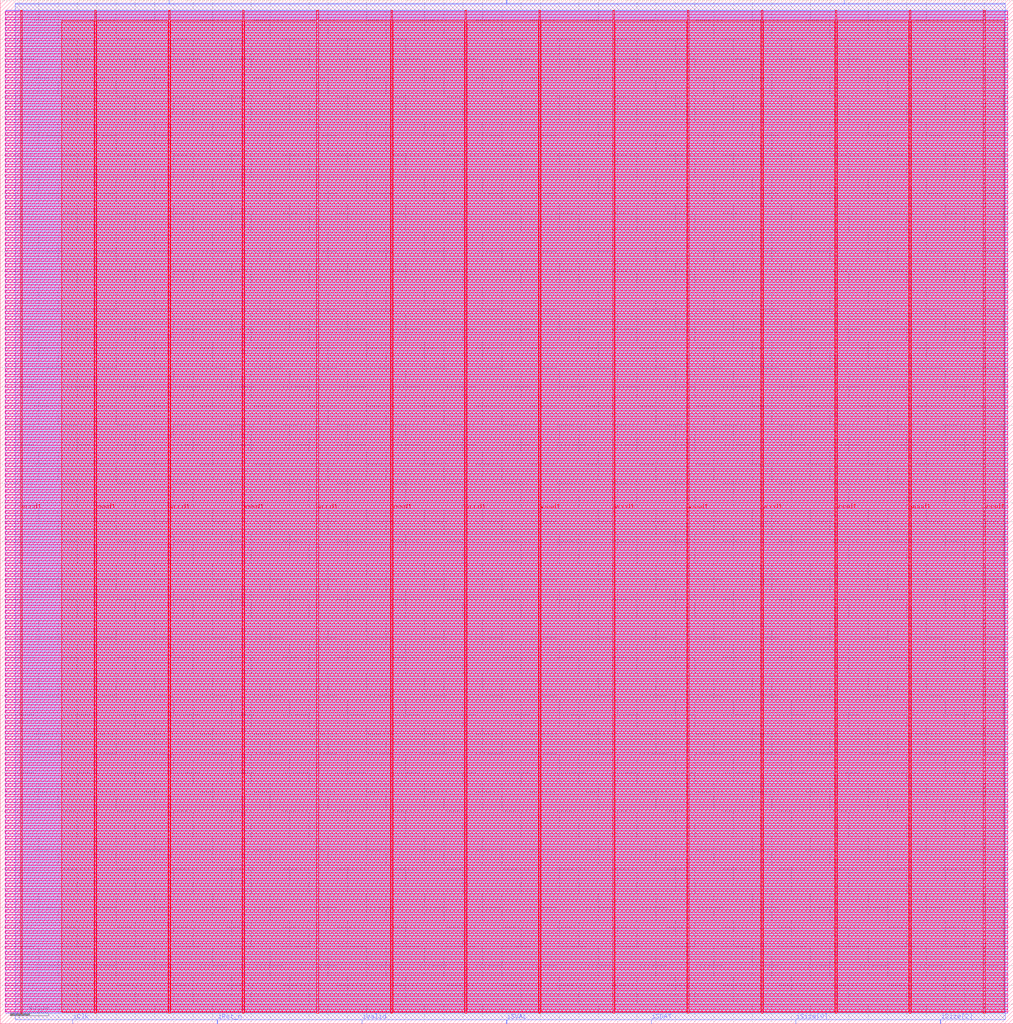
<source format=lef>
VERSION 5.7 ;
  NOWIREEXTENSIONATPIN ON ;
  DIVIDERCHAR "/" ;
  BUSBITCHARS "[]" ;
MACRO user_proj_example
  CLASS BLOCK ;
  FOREIGN user_proj_example ;
  ORIGIN 0.000 0.000 ;
  SIZE 1050.310 BY 1061.030 ;
  PIN iClk
    DIRECTION INPUT ;
    USE SIGNAL ;
    PORT
      LAYER met2 ;
        RECT 75.070 0.000 75.350 4.000 ;
    END
  END iClk
  PIN iRst_n
    DIRECTION INPUT ;
    USE SIGNAL ;
    PORT
      LAYER met2 ;
        RECT 225.030 0.000 225.310 4.000 ;
    END
  END iRst_n
  PIN iSDAT
    DIRECTION INPUT ;
    USE SIGNAL ;
    PORT
      LAYER met2 ;
        RECT 674.910 0.000 675.190 4.000 ;
    END
  END iSDAT
  PIN iSVAL
    DIRECTION INPUT ;
    USE SIGNAL ;
    PORT
      LAYER met2 ;
        RECT 524.950 0.000 525.230 4.000 ;
    END
  END iSVAL
  PIN iSize[0]
    DIRECTION INPUT ;
    USE SIGNAL ;
    PORT
      LAYER met2 ;
        RECT 824.870 0.000 825.150 4.000 ;
    END
  END iSize[0]
  PIN iSize[1]
    DIRECTION INPUT ;
    USE SIGNAL ;
    PORT
      LAYER met2 ;
        RECT 875.010 1057.030 875.290 1061.030 ;
    END
  END iSize[1]
  PIN iSize[2]
    DIRECTION INPUT ;
    USE SIGNAL ;
    PORT
      LAYER met2 ;
        RECT 974.830 0.000 975.110 4.000 ;
    END
  END iSize[2]
  PIN iValid
    DIRECTION INPUT ;
    USE SIGNAL ;
    PORT
      LAYER met2 ;
        RECT 374.990 0.000 375.270 4.000 ;
    END
  END iValid
  PIN oSDAT
    DIRECTION OUTPUT TRISTATE ;
    USE SIGNAL ;
    PORT
      LAYER met2 ;
        RECT 524.950 1057.030 525.230 1061.030 ;
    END
  END oSDAT
  PIN oSVAL
    DIRECTION OUTPUT TRISTATE ;
    USE SIGNAL ;
    PORT
      LAYER met2 ;
        RECT 174.890 1057.030 175.170 1061.030 ;
    END
  END oSVAL
  PIN vccd1
    DIRECTION INPUT ;
    USE POWER ;
    PORT
      LAYER met4 ;
        RECT 21.040 10.640 22.640 1050.160 ;
    END
    PORT
      LAYER met4 ;
        RECT 174.640 10.640 176.240 1050.160 ;
    END
    PORT
      LAYER met4 ;
        RECT 328.240 10.640 329.840 1050.160 ;
    END
    PORT
      LAYER met4 ;
        RECT 481.840 10.640 483.440 1050.160 ;
    END
    PORT
      LAYER met4 ;
        RECT 635.440 10.640 637.040 1050.160 ;
    END
    PORT
      LAYER met4 ;
        RECT 789.040 10.640 790.640 1050.160 ;
    END
    PORT
      LAYER met4 ;
        RECT 942.640 10.640 944.240 1050.160 ;
    END
  END vccd1
  PIN vssd1
    DIRECTION INPUT ;
    USE GROUND ;
    PORT
      LAYER met4 ;
        RECT 97.840 10.640 99.440 1050.160 ;
    END
    PORT
      LAYER met4 ;
        RECT 251.440 10.640 253.040 1050.160 ;
    END
    PORT
      LAYER met4 ;
        RECT 405.040 10.640 406.640 1050.160 ;
    END
    PORT
      LAYER met4 ;
        RECT 558.640 10.640 560.240 1050.160 ;
    END
    PORT
      LAYER met4 ;
        RECT 712.240 10.640 713.840 1050.160 ;
    END
    PORT
      LAYER met4 ;
        RECT 865.840 10.640 867.440 1050.160 ;
    END
    PORT
      LAYER met4 ;
        RECT 1019.440 10.640 1021.040 1050.160 ;
    END
  END vssd1
  OBS
      LAYER nwell ;
        RECT 5.330 1045.785 1044.850 1048.615 ;
        RECT 5.330 1040.345 1044.850 1043.175 ;
        RECT 5.330 1034.905 1044.850 1037.735 ;
        RECT 5.330 1029.465 1044.850 1032.295 ;
        RECT 5.330 1024.025 1044.850 1026.855 ;
        RECT 5.330 1018.585 1044.850 1021.415 ;
        RECT 5.330 1013.145 1044.850 1015.975 ;
        RECT 5.330 1007.705 1044.850 1010.535 ;
        RECT 5.330 1002.265 1044.850 1005.095 ;
        RECT 5.330 996.825 1044.850 999.655 ;
        RECT 5.330 991.385 1044.850 994.215 ;
        RECT 5.330 985.945 1044.850 988.775 ;
        RECT 5.330 980.505 1044.850 983.335 ;
        RECT 5.330 975.065 1044.850 977.895 ;
        RECT 5.330 969.625 1044.850 972.455 ;
        RECT 5.330 964.185 1044.850 967.015 ;
        RECT 5.330 958.745 1044.850 961.575 ;
        RECT 5.330 953.305 1044.850 956.135 ;
        RECT 5.330 947.865 1044.850 950.695 ;
        RECT 5.330 942.425 1044.850 945.255 ;
        RECT 5.330 936.985 1044.850 939.815 ;
        RECT 5.330 931.545 1044.850 934.375 ;
        RECT 5.330 926.105 1044.850 928.935 ;
        RECT 5.330 920.665 1044.850 923.495 ;
        RECT 5.330 915.225 1044.850 918.055 ;
        RECT 5.330 909.785 1044.850 912.615 ;
        RECT 5.330 904.345 1044.850 907.175 ;
        RECT 5.330 898.905 1044.850 901.735 ;
        RECT 5.330 893.465 1044.850 896.295 ;
        RECT 5.330 888.025 1044.850 890.855 ;
        RECT 5.330 882.585 1044.850 885.415 ;
        RECT 5.330 877.145 1044.850 879.975 ;
        RECT 5.330 871.705 1044.850 874.535 ;
        RECT 5.330 866.265 1044.850 869.095 ;
        RECT 5.330 860.825 1044.850 863.655 ;
        RECT 5.330 855.385 1044.850 858.215 ;
        RECT 5.330 849.945 1044.850 852.775 ;
        RECT 5.330 844.505 1044.850 847.335 ;
        RECT 5.330 839.065 1044.850 841.895 ;
        RECT 5.330 833.625 1044.850 836.455 ;
        RECT 5.330 828.185 1044.850 831.015 ;
        RECT 5.330 822.745 1044.850 825.575 ;
        RECT 5.330 817.305 1044.850 820.135 ;
        RECT 5.330 811.865 1044.850 814.695 ;
        RECT 5.330 806.425 1044.850 809.255 ;
        RECT 5.330 800.985 1044.850 803.815 ;
        RECT 5.330 795.545 1044.850 798.375 ;
        RECT 5.330 790.105 1044.850 792.935 ;
        RECT 5.330 784.665 1044.850 787.495 ;
        RECT 5.330 779.225 1044.850 782.055 ;
        RECT 5.330 773.785 1044.850 776.615 ;
        RECT 5.330 768.345 1044.850 771.175 ;
        RECT 5.330 762.905 1044.850 765.735 ;
        RECT 5.330 757.465 1044.850 760.295 ;
        RECT 5.330 752.025 1044.850 754.855 ;
        RECT 5.330 746.585 1044.850 749.415 ;
        RECT 5.330 741.145 1044.850 743.975 ;
        RECT 5.330 735.705 1044.850 738.535 ;
        RECT 5.330 730.265 1044.850 733.095 ;
        RECT 5.330 724.825 1044.850 727.655 ;
        RECT 5.330 719.385 1044.850 722.215 ;
        RECT 5.330 713.945 1044.850 716.775 ;
        RECT 5.330 708.505 1044.850 711.335 ;
        RECT 5.330 703.065 1044.850 705.895 ;
        RECT 5.330 697.625 1044.850 700.455 ;
        RECT 5.330 692.185 1044.850 695.015 ;
        RECT 5.330 686.745 1044.850 689.575 ;
        RECT 5.330 681.305 1044.850 684.135 ;
        RECT 5.330 675.865 1044.850 678.695 ;
        RECT 5.330 670.425 1044.850 673.255 ;
        RECT 5.330 664.985 1044.850 667.815 ;
        RECT 5.330 659.545 1044.850 662.375 ;
        RECT 5.330 654.105 1044.850 656.935 ;
        RECT 5.330 648.665 1044.850 651.495 ;
        RECT 5.330 643.225 1044.850 646.055 ;
        RECT 5.330 637.785 1044.850 640.615 ;
        RECT 5.330 632.345 1044.850 635.175 ;
        RECT 5.330 626.905 1044.850 629.735 ;
        RECT 5.330 621.465 1044.850 624.295 ;
        RECT 5.330 616.025 1044.850 618.855 ;
        RECT 5.330 610.585 1044.850 613.415 ;
        RECT 5.330 605.145 1044.850 607.975 ;
        RECT 5.330 599.705 1044.850 602.535 ;
        RECT 5.330 594.265 1044.850 597.095 ;
        RECT 5.330 588.825 1044.850 591.655 ;
        RECT 5.330 583.385 1044.850 586.215 ;
        RECT 5.330 577.945 1044.850 580.775 ;
        RECT 5.330 572.505 1044.850 575.335 ;
        RECT 5.330 567.065 1044.850 569.895 ;
        RECT 5.330 561.625 1044.850 564.455 ;
        RECT 5.330 556.185 1044.850 559.015 ;
        RECT 5.330 550.745 1044.850 553.575 ;
        RECT 5.330 545.305 1044.850 548.135 ;
        RECT 5.330 539.865 1044.850 542.695 ;
        RECT 5.330 534.425 1044.850 537.255 ;
        RECT 5.330 528.985 1044.850 531.815 ;
        RECT 5.330 523.545 1044.850 526.375 ;
        RECT 5.330 518.105 1044.850 520.935 ;
        RECT 5.330 512.665 1044.850 515.495 ;
        RECT 5.330 507.225 1044.850 510.055 ;
        RECT 5.330 501.785 1044.850 504.615 ;
        RECT 5.330 496.345 1044.850 499.175 ;
        RECT 5.330 490.905 1044.850 493.735 ;
        RECT 5.330 485.465 1044.850 488.295 ;
        RECT 5.330 480.025 1044.850 482.855 ;
        RECT 5.330 474.585 1044.850 477.415 ;
        RECT 5.330 469.145 1044.850 471.975 ;
        RECT 5.330 463.705 1044.850 466.535 ;
        RECT 5.330 458.265 1044.850 461.095 ;
        RECT 5.330 452.825 1044.850 455.655 ;
        RECT 5.330 447.385 1044.850 450.215 ;
        RECT 5.330 441.945 1044.850 444.775 ;
        RECT 5.330 436.505 1044.850 439.335 ;
        RECT 5.330 431.065 1044.850 433.895 ;
        RECT 5.330 425.625 1044.850 428.455 ;
        RECT 5.330 420.185 1044.850 423.015 ;
        RECT 5.330 414.745 1044.850 417.575 ;
        RECT 5.330 409.305 1044.850 412.135 ;
        RECT 5.330 403.865 1044.850 406.695 ;
        RECT 5.330 398.425 1044.850 401.255 ;
        RECT 5.330 392.985 1044.850 395.815 ;
        RECT 5.330 387.545 1044.850 390.375 ;
        RECT 5.330 382.105 1044.850 384.935 ;
        RECT 5.330 376.665 1044.850 379.495 ;
        RECT 5.330 371.225 1044.850 374.055 ;
        RECT 5.330 365.785 1044.850 368.615 ;
        RECT 5.330 360.345 1044.850 363.175 ;
        RECT 5.330 354.905 1044.850 357.735 ;
        RECT 5.330 349.465 1044.850 352.295 ;
        RECT 5.330 344.025 1044.850 346.855 ;
        RECT 5.330 338.585 1044.850 341.415 ;
        RECT 5.330 333.145 1044.850 335.975 ;
        RECT 5.330 327.705 1044.850 330.535 ;
        RECT 5.330 322.265 1044.850 325.095 ;
        RECT 5.330 316.825 1044.850 319.655 ;
        RECT 5.330 311.385 1044.850 314.215 ;
        RECT 5.330 305.945 1044.850 308.775 ;
        RECT 5.330 300.505 1044.850 303.335 ;
        RECT 5.330 295.065 1044.850 297.895 ;
        RECT 5.330 289.625 1044.850 292.455 ;
        RECT 5.330 284.185 1044.850 287.015 ;
        RECT 5.330 278.745 1044.850 281.575 ;
        RECT 5.330 273.305 1044.850 276.135 ;
        RECT 5.330 267.865 1044.850 270.695 ;
        RECT 5.330 262.425 1044.850 265.255 ;
        RECT 5.330 256.985 1044.850 259.815 ;
        RECT 5.330 251.545 1044.850 254.375 ;
        RECT 5.330 246.105 1044.850 248.935 ;
        RECT 5.330 240.665 1044.850 243.495 ;
        RECT 5.330 235.225 1044.850 238.055 ;
        RECT 5.330 229.785 1044.850 232.615 ;
        RECT 5.330 224.345 1044.850 227.175 ;
        RECT 5.330 218.905 1044.850 221.735 ;
        RECT 5.330 213.465 1044.850 216.295 ;
        RECT 5.330 208.025 1044.850 210.855 ;
        RECT 5.330 202.585 1044.850 205.415 ;
        RECT 5.330 197.145 1044.850 199.975 ;
        RECT 5.330 191.705 1044.850 194.535 ;
        RECT 5.330 186.265 1044.850 189.095 ;
        RECT 5.330 180.825 1044.850 183.655 ;
        RECT 5.330 175.385 1044.850 178.215 ;
        RECT 5.330 169.945 1044.850 172.775 ;
        RECT 5.330 164.505 1044.850 167.335 ;
        RECT 5.330 159.065 1044.850 161.895 ;
        RECT 5.330 153.625 1044.850 156.455 ;
        RECT 5.330 148.185 1044.850 151.015 ;
        RECT 5.330 142.745 1044.850 145.575 ;
        RECT 5.330 137.305 1044.850 140.135 ;
        RECT 5.330 131.865 1044.850 134.695 ;
        RECT 5.330 126.425 1044.850 129.255 ;
        RECT 5.330 120.985 1044.850 123.815 ;
        RECT 5.330 115.545 1044.850 118.375 ;
        RECT 5.330 110.105 1044.850 112.935 ;
        RECT 5.330 104.665 1044.850 107.495 ;
        RECT 5.330 99.225 1044.850 102.055 ;
        RECT 5.330 93.785 1044.850 96.615 ;
        RECT 5.330 88.345 1044.850 91.175 ;
        RECT 5.330 82.905 1044.850 85.735 ;
        RECT 5.330 77.465 1044.850 80.295 ;
        RECT 5.330 72.025 1044.850 74.855 ;
        RECT 5.330 66.585 1044.850 69.415 ;
        RECT 5.330 61.145 1044.850 63.975 ;
        RECT 5.330 55.705 1044.850 58.535 ;
        RECT 5.330 50.265 1044.850 53.095 ;
        RECT 5.330 44.825 1044.850 47.655 ;
        RECT 5.330 39.385 1044.850 42.215 ;
        RECT 5.330 33.945 1044.850 36.775 ;
        RECT 5.330 28.505 1044.850 31.335 ;
        RECT 5.330 23.065 1044.850 25.895 ;
        RECT 5.330 17.625 1044.850 20.455 ;
        RECT 5.330 12.185 1044.850 15.015 ;
      LAYER li1 ;
        RECT 5.520 10.795 1044.660 1050.005 ;
      LAYER met1 ;
        RECT 5.520 10.640 1044.660 1050.160 ;
      LAYER met2 ;
        RECT 15.740 1056.750 174.610 1057.810 ;
        RECT 175.450 1056.750 524.670 1057.810 ;
        RECT 525.510 1056.750 874.730 1057.810 ;
        RECT 875.570 1056.750 1041.800 1057.810 ;
        RECT 15.740 4.280 1041.800 1056.750 ;
        RECT 15.740 4.000 74.790 4.280 ;
        RECT 75.630 4.000 224.750 4.280 ;
        RECT 225.590 4.000 374.710 4.280 ;
        RECT 375.550 4.000 524.670 4.280 ;
        RECT 525.510 4.000 674.630 4.280 ;
        RECT 675.470 4.000 824.590 4.280 ;
        RECT 825.430 4.000 974.550 4.280 ;
        RECT 975.390 4.000 1041.800 4.280 ;
      LAYER met3 ;
        RECT 21.040 10.715 1041.600 1050.085 ;
      LAYER met4 ;
        RECT 63.775 11.735 97.440 1039.545 ;
        RECT 99.840 11.735 174.240 1039.545 ;
        RECT 176.640 11.735 251.040 1039.545 ;
        RECT 253.440 11.735 327.840 1039.545 ;
        RECT 330.240 11.735 404.640 1039.545 ;
        RECT 407.040 11.735 481.440 1039.545 ;
        RECT 483.840 11.735 558.240 1039.545 ;
        RECT 560.640 11.735 635.040 1039.545 ;
        RECT 637.440 11.735 711.840 1039.545 ;
        RECT 714.240 11.735 788.640 1039.545 ;
        RECT 791.040 11.735 865.440 1039.545 ;
        RECT 867.840 11.735 942.240 1039.545 ;
        RECT 944.640 11.735 1019.040 1039.545 ;
        RECT 1021.440 11.735 1041.145 1039.545 ;
  END
END user_proj_example
END LIBRARY


</source>
